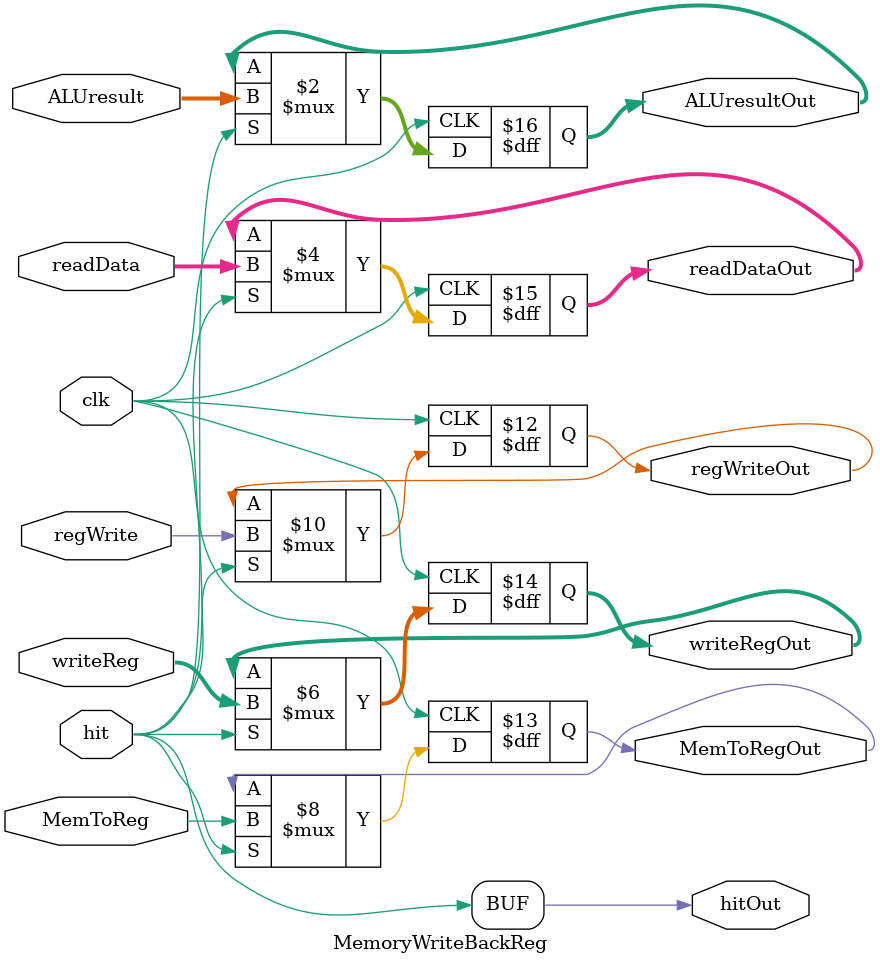
<source format=v>
`timescale 1ns / 1ps
module MemoryWriteBackReg(input clk, input hit, input regWrite, input MemToReg, input [4:0] writeReg, input [31:0] readData, input[31:0] ALUresult, output hitOut, output reg regWriteOut, output reg MemToRegOut, output reg [4:0] writeRegOut,output reg [31:0] readDataOut, output reg [31:0] ALUresultOut);

	assign hitOut = hit;
	//-----------------------------------------------------------------------------------------------------------------------
	always @(negedge clk) begin
		if (hit) begin
			MemToRegOut <= MemToReg;
			regWriteOut <= regWrite;
			writeRegOut <= writeReg;
			readDataOut <= readData;
			ALUresultOut <= ALUresult;
		end
	end
	//-----------------------------------------------------------------------------------------------------------------------
endmodule

</source>
